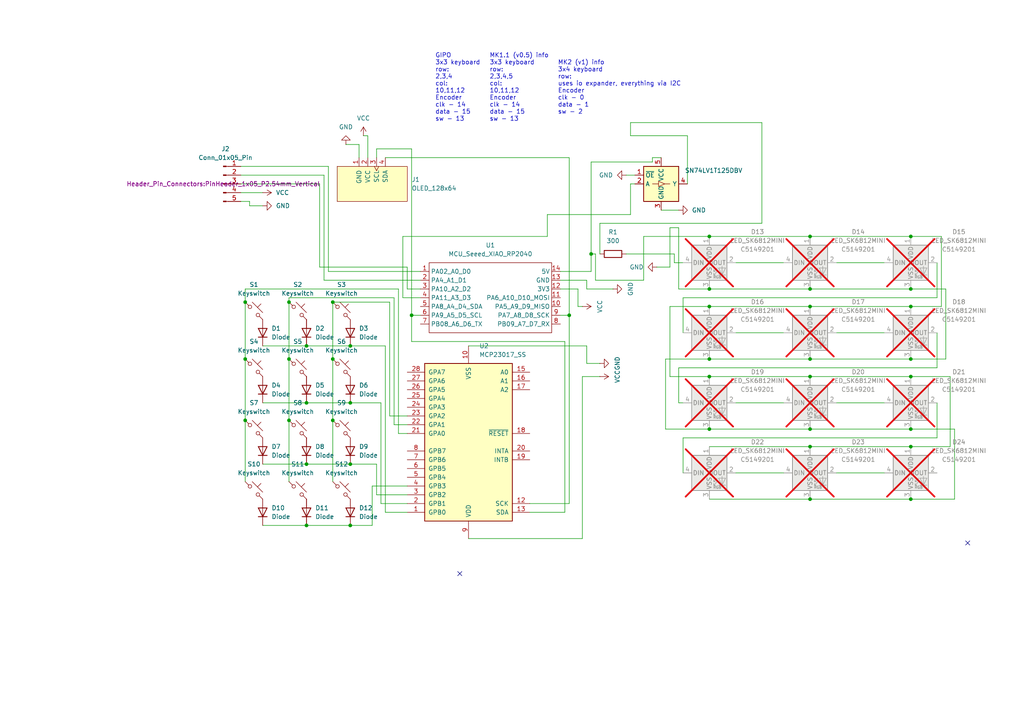
<source format=kicad_sch>
(kicad_sch (version 20250114) (generator "eeschema") (generator_version "9.0")
  (paper "A4")
  (lib_symbols
    (symbol "Connector:Conn_01x05_Pin" (pin_names (offset 1.016) (hide yes))
      (property "Reference" "J" (at 0 7.62 0))
      (property "Value" "Conn_01x05_Pin" (at 0 -7.62 0))
      (symbol "Conn_01x05_Pin_1_1"
        (rectangle (start 0.8636 5.207) (end 0 4.953) (stroke (width 0.1524)) (fill (type outline)))
        (rectangle (start 0.8636 2.667) (end 0 2.413) (stroke (width 0.1524)) (fill (type outline)))
        (rectangle (start 0.8636 0.127) (end 0 -0.127) (stroke (width 0.1524)) (fill (type outline)))
        (rectangle (start 0.8636 -2.413) (end 0 -2.667) (stroke (width 0.1524)) (fill (type outline)))
        (rectangle (start 0.8636 -4.953) (end 0 -5.207) (stroke (width 0.1524)) (fill (type outline)))
        (polyline (pts (xy 1.27 5.08) (xy 0.8636 5.08)) (stroke (width 0.1524)))
        (polyline (pts (xy 1.27 2.54) (xy 0.8636 2.54)) (stroke (width 0.1524)))
        (polyline (pts (xy 1.27 0) (xy 0.8636 0)) (stroke (width 0.1524)))
        (polyline (pts (xy 1.27 -2.54) (xy 0.8636 -2.54)) (stroke (width 0.1524)))
        (polyline (pts (xy 1.27 -5.08) (xy 0.8636 -5.08)) (stroke (width 0.1524)))
        (pin passive line (at 5.08 5.08 180) (length 3.81) (name "Pin_1") (number "1"))
        (pin passive line (at 5.08 2.54 180) (length 3.81) (name "Pin_2") (number "2"))
        (pin passive line (at 5.08 0 180) (length 3.81) (name "Pin_3") (number "3"))
        (pin passive line (at 5.08 -2.54 180) (length 3.81) (name "Pin_4") (number "4"))
        (pin passive line (at 5.08 -5.08 180) (length 3.81) (name "Pin_5") (number "5"))
      )
    )
    (symbol "Device:R" (pin_numbers (hide yes)) (pin_names (offset 0))
      (property "Reference" "R" (at 2.032 0 90))
      (property "Value" "R" (at 0 0 90))
      (symbol "R_0_1"
        (rectangle (start -1.016 -2.54) (end 1.016 2.54) (stroke (width 0.254)))
      )
      (symbol "R_1_1"
        (pin passive line (at 0 3.81 270) (length 1.27) (name "~") (number "1"))
        (pin passive line (at 0 -3.81 90) (length 1.27) (name "~") (number "2"))
      )
    )
    (symbol "Interface_Expansion:MCP23017_SS" (pin_names (offset 1.016))
      (property "Reference" "U" (at -11.43 24.13 0))
      (property "Value" "MCP23017_SS" (at 0 0 0))
      (symbol "MCP23017_SS_0_1"
        (rectangle (start -12.7 22.86) (end 12.7 -22.86) (stroke (width 0.254)) (fill (type background)))
      )
      (symbol "MCP23017_SS_1_1"
        (pin bidirectional line (at -17.78 20.32 0) (length 5.08) (name "SDA") (number "13"))
        (pin input line (at -17.78 17.78 0) (length 5.08) (name "SCK") (number "12"))
        (pin tri_state line (at -17.78 5.08 0) (length 5.08) (name "INTB") (number "19"))
        (pin tri_state line (at -17.78 2.54 0) (length 5.08) (name "INTA") (number "20"))
        (pin input line (at -17.78 -2.54 0) (length 5.08) (name "~{RESET}") (number "18"))
        (pin input line (at -17.78 -15.24 0) (length 5.08) (name "A2") (number "17"))
        (pin input line (at -17.78 -17.78 0) (length 5.08) (name "A1") (number "16"))
        (pin input line (at -17.78 -20.32 0) (length 5.08) (name "A0") (number "15"))
        (pin no_connect line (at -12.7 15.24 0) (length 5.08) (hide yes) (name "NC") (number "11"))
        (pin no_connect line (at -12.7 12.7 0) (length 5.08) (hide yes) (name "NC") (number "14"))
        (pin power_in line (at 0 27.94 270) (length 5.08) (name "VDD") (number "9"))
        (pin power_in line (at 0 -27.94 90) (length 5.08) (name "VSS") (number "10"))
        (pin bidirectional line (at 17.78 20.32 180) (length 5.08) (name "GPB0") (number "1"))
        (pin bidirectional line (at 17.78 17.78 180) (length 5.08) (name "GPB1") (number "2"))
        (pin bidirectional line (at 17.78 15.24 180) (length 5.08) (name "GPB2") (number "3"))
        (pin bidirectional line (at 17.78 12.7 180) (length 5.08) (name "GPB3") (number "4"))
        (pin bidirectional line (at 17.78 10.16 180) (length 5.08) (name "GPB4") (number "5"))
        (pin bidirectional line (at 17.78 7.62 180) (length 5.08) (name "GPB5") (number "6"))
        (pin bidirectional line (at 17.78 5.08 180) (length 5.08) (name "GPB6") (number "7"))
        (pin output line (at 17.78 2.54 180) (length 5.08) (name "GPB7") (number "8"))
        (pin bidirectional line (at 17.78 -2.54 180) (length 5.08) (name "GPA0") (number "21"))
        (pin bidirectional line (at 17.78 -5.08 180) (length 5.08) (name "GPA1") (number "22"))
        (pin bidirectional line (at 17.78 -7.62 180) (length 5.08) (name "GPA2") (number "23"))
        (pin bidirectional line (at 17.78 -10.16 180) (length 5.08) (name "GPA3") (number "24"))
        (pin bidirectional line (at 17.78 -12.7 180) (length 5.08) (name "GPA4") (number "25"))
        (pin bidirectional line (at 17.78 -15.24 180) (length 5.08) (name "GPA5") (number "26"))
        (pin bidirectional line (at 17.78 -17.78 180) (length 5.08) (name "GPA6") (number "27"))
        (pin output line (at 17.78 -20.32 180) (length 5.08) (name "GPA7") (number "28"))
      )
    )
    (symbol "Logic_LevelTranslator:SN74LV1T125DBV"
      (property "Reference" "U" (at 5.08 6.35 0))
      (property "Value" "SN74LV1T125DBV" (at 5.08 3.81 0))
      (symbol "SN74LV1T125DBV_0_1"
        (rectangle (start -5.08 5.08) (end 5.08 -5.08) (stroke (width 0.254)) (fill (type background)))
        (polyline (pts (xy -0.762 0) (xy -2.54 0)))
        (polyline (pts (xy 1.016 0) (xy 2.54 0)))
      )
      (symbol "SN74LV1T125DBV_1_1"
        (polyline (pts (xy -0.762 -0.762) (xy -0.762 0.762) (xy 1.016 0) (xy -0.762 -0.762)))
        (pin input line (at -7.62 2.54 0) (length 2.54) (name "~{OE}") (number "1"))
        (pin input line (at -7.62 0 0) (length 2.54) (name "A") (number "2"))
        (pin power_in line (at 0 7.62 270) (length 2.54) (name "VCC") (number "5"))
        (pin power_in line (at 0 -7.62 90) (length 2.54) (name "GND") (number "3"))
        (pin output line (at 7.62 0 180) (length 2.54) (name "Y") (number "4"))
      )
    )
    (symbol "ScottoKicad:LED_SK6812MINI" (pin_names (offset 0.254))
      (property "Reference" "D" (at 2.032 5.588 0))
      (property "Value" "LED_SK6812MINI" (at 1.27 -5.715 0))
      (property "LCSC" "C5149201" (at 0 0 0))
      (symbol "LED_SK6812MINI_0_0"
        (text "RGB" (at 2.286 -4.191 0) (effects (font (size 0.762 0.762))))
      )
      (symbol "LED_SK6812MINI_0_1"
        (rectangle (start -5.08 5.08) (end 5.08 -5.08) (stroke (width 0.254)) (fill (type background)))
        (polyline (pts (xy 1.27 -2.54) (xy 1.778 -2.54)))
        (polyline (pts (xy 1.27 -3.556) (xy 1.778 -3.556)))
        (polyline (pts (xy 2.286 -1.524) (xy 1.27 -2.54) (xy 1.27 -2.032)))
        (polyline (pts (xy 2.286 -2.54) (xy 1.27 -3.556) (xy 1.27 -3.048)))
        (polyline (pts (xy 3.683 -1.016) (xy 3.683 -3.556) (xy 3.683 -4.064)))
        (polyline (pts (xy 4.699 -1.524) (xy 2.667 -1.524) (xy 3.683 -3.556) (xy 4.699 -1.524)))
        (polyline (pts (xy 4.699 -3.556) (xy 2.667 -3.556)))
      )
      (symbol "LED_SK6812MINI_1_1"
        (pin input line (at -7.62 0 0) (length 2.54) (name "DIN") (number "4"))
        (pin power_in line (at 0 7.62 270) (length 2.54) (name "VDD") (number "1"))
        (pin power_in line (at 0 -7.62 90) (length 2.54) (name "VSS") (number "3"))
        (pin output line (at 7.62 0 180) (length 2.54) (name "DOUT") (number "2"))
      )
    )
    (symbol "ScottoKicad:MCU_Seeed_XIAO_RP2040"
      (property "Reference" "U" (at -16.51 11.43 0))
      (property "Value" "MCU_Seeed_XIAO_RP2040" (at -3.81 -11.43 0))
      (symbol "MCU_Seeed_XIAO_RP2040_0_1"
        (rectangle (start -16.51 10.16) (end 19.05 -10.16))
      )
      (symbol "MCU_Seeed_XIAO_RP2040_1_1"
        (pin passive line (at -19.05 7.62 0) (length 2.54) (name "PA02_A0_D0") (number "1"))
        (pin passive line (at -19.05 5.08 0) (length 2.54) (name "PA4_A1_D1") (number "2"))
        (pin passive line (at -19.05 2.54 0) (length 2.54) (name "PA10_A2_D2") (number "3"))
        (pin passive line (at -19.05 0 0) (length 2.54) (name "PA11_A3_D3") (number "4"))
        (pin passive line (at -19.05 -2.54 0) (length 2.54) (name "PA8_A4_D4_SDA") (number "5"))
        (pin passive line (at -19.05 -5.08 0) (length 2.54) (name "PA9_A5_D5_SCL") (number "6"))
        (pin passive line (at -19.05 -7.62 0) (length 2.54) (name "PB08_A6_D6_TX") (number "7"))
        (pin passive line (at 21.59 7.62 180) (length 2.54) (name "5V") (number "14"))
        (pin passive line (at 21.59 5.08 180) (length 2.54) (name "GND") (number "13"))
        (pin passive line (at 21.59 2.54 180) (length 2.54) (name "3V3") (number "12"))
        (pin passive line (at 21.59 0 180) (length 2.54) (name "PA6_A10_D10_MOSI") (number "11"))
        (pin passive line (at 21.59 -2.54 180) (length 2.54) (name "PA5_A9_D9_MISO") (number "10"))
        (pin passive line (at 21.59 -5.08 180) (length 2.54) (name "PA7_A8_D8_SCK") (number "9"))
        (pin passive line (at 21.59 -7.62 180) (length 2.54) (name "PB09_A7_D7_RX") (number "8"))
      )
    )
    (symbol "ScottoKicad:OLED_128x64" (pin_names (offset 1.016))
      (property "Reference" "J" (at 0 -11.43 0))
      (property "Value" "OLED_128x64" (at 0 -7.62 0))
      (symbol "OLED_128x64_0_1"
        (rectangle (start 10.16 -10.16) (end -10.16 0) (fill (type background)))
      )
      (symbol "OLED_128x64_1_1"
        (pin power_in line (at -3.81 2.54 270) (length 2.54) (name "GND") (number "1"))
        (pin power_in line (at -1.27 2.54 270) (length 2.54) (name "VCC") (number "2"))
        (pin input clock (at 1.27 2.54 270) (length 2.54) (name "SCL") (number "3"))
        (pin bidirectional line (at 3.81 2.54 270) (length 2.54) (name "SDA") (number "4"))
      )
    )
    (symbol "ScottoKicad:Placeholder_Diode" (pin_numbers (hide yes)) (pin_names (hide yes))
      (property "Reference" "D" (at 0 2.54 0))
      (property "Value" "Diode" (at 0 -2.54 0))
      (symbol "Placeholder_Diode_0_1"
        (polyline (pts (xy -1.27 1.27) (xy -1.27 -1.27)) (stroke (width 0.254)))
        (polyline (pts (xy 1.27 1.27) (xy 1.27 -1.27) (xy -1.27 0) (xy 1.27 1.27)) (stroke (width 0.254)))
        (polyline (pts (xy 1.27 0) (xy -1.27 0)))
      )
      (symbol "Placeholder_Diode_1_1"
        (pin passive line (at -3.81 0 0) (length 2.54) (name "K") (number "1"))
        (pin passive line (at 3.81 0 180) (length 2.54) (name "A") (number "2"))
      )
    )
    (symbol "ScottoKicad:Placeholder_Keyswitch" (pin_numbers (hide yes)) (pin_names (offset 1.016) (hide yes))
      (property "Reference" "S" (at 3.048 1.016 0))
      (property "Value" "Keyswitch" (at 0 -3.81 0))
      (symbol "Placeholder_Keyswitch_0_1"
        (polyline (pts (xy -2.54 2.54) (xy -1.524 1.524) (xy -1.524 1.524)))
        (circle (center -1.1684 1.1684) (radius 0.508))
        (polyline (pts (xy -0.508 2.54) (xy 2.54 -0.508)))
        (polyline (pts (xy 1.016 1.016) (xy 2.032 2.032)))
        (circle (center 1.143 -1.1938) (radius 0.508))
        (polyline (pts (xy 1.524 -1.524) (xy 2.54 -2.54) (xy 2.54 -2.54) (xy 2.54 -2.54)))
        (pin passive line (at -2.54 2.54 0) (length 0) (name "1") (number "1"))
        (pin passive line (at 2.54 -2.54 180) (length 0) (name "2") (number "2"))
      )
    )
    (symbol "power:GND" (power) (pin_numbers (hide yes)) (pin_names (offset 0) (hide yes))
      (property "Value" "GND" (at 0 -3.81 0))
      (symbol "GND_0_1"
        (polyline (pts (xy 0 0) (xy 0 -1.27) (xy 1.27 -1.27) (xy 0 -2.54) (xy -1.27 -1.27) (xy 0 -1.27)))
      )
      (symbol "GND_1_1"
        (pin power_in line (at 0 0 270) (length 0) (name "~") (number "1"))
      )
    )
    (symbol "power:VCC" (power) (pin_numbers (hide yes)) (pin_names (offset 0) (hide yes))
      (property "Value" "VCC" (at 0 3.556 0))
      (symbol "VCC_0_1"
        (polyline (pts (xy -0.762 1.27) (xy 0 2.54)))
        (polyline (pts (xy 0 2.54) (xy 0.762 1.27)))
        (polyline (pts (xy 0 0) (xy 0 2.54)))
      )
      (symbol "VCC_1_1"
        (pin power_in line (at 0 0 90) (length 0) (name "~") (number "1"))
      )
    )
  )
  (text "MK2 (v1) info\n3x4 keyboard\nrow:\nuses io expander, everything via I2C\nEncoder\nclk - 0\ndata - 1 \nsw - 2\n" (at 161.798 25.4 0) (effects (font (size 1.27 1.27)) (justify left)))
  (text "GIPO\n3x3 keyboard\nrow:\n2,3,4\ncol:\n10,11,12\nEncoder\nclk - 14\ndata - 15 \nsw - 13\n" (at 126.238 25.4 0) (effects (font (size 1.27 1.27)) (justify left)))
  (text "MK1.1 (v0.5) info\n3x3 keyboard\nrow:\n2,3,4,5\ncol:\n10,11,12\nEncoder\nclk - 14\ndata - 15 \nsw - 13\n" (at 141.986 25.4 0) (effects (font (size 1.27 1.27)) (justify left)))
  (junction (at 205.74 124.46))
  (junction (at 171.45 73.66))
  (junction (at 264.16 144.78))
  (junction (at 101.6 116.84))
  (junction (at 83.82 87.63))
  (junction (at 205.74 88.9))
  (junction (at 165.1 91.44))
  (junction (at 234.95 88.9))
  (junction (at 71.12 87.63))
  (junction (at 234.95 68.58))
  (junction (at 234.95 109.22))
  (junction (at 234.95 124.46))
  (junction (at 264.16 109.22))
  (junction (at 264.16 104.14))
  (junction (at 264.16 83.82))
  (junction (at 119.38 91.44))
  (junction (at 71.12 104.14))
  (junction (at 101.6 134.62))
  (junction (at 88.9 152.4))
  (junction (at 83.82 104.14))
  (junction (at 264.16 68.58))
  (junction (at 101.6 152.4))
  (junction (at 234.95 129.54))
  (junction (at 234.95 104.14))
  (junction (at 96.52 121.92))
  (junction (at 264.16 129.54))
  (junction (at 96.52 87.63))
  (junction (at 264.16 124.46))
  (junction (at 101.6 100.33))
  (junction (at 234.95 83.82))
  (junction (at 264.16 88.9))
  (junction (at 205.74 109.22))
  (junction (at 205.74 68.58))
  (junction (at 83.82 121.92))
  (junction (at 88.9 100.33))
  (junction (at 71.12 121.92))
  (junction (at 88.9 134.62))
  (junction (at 234.95 144.78))
  (junction (at 205.74 83.82))
  (junction (at 205.74 104.14))
  (junction (at 96.52 104.14))
  (junction (at 88.9 116.84))
  (no_connect (at 133.35 166.37))
  (no_connect (at 280.67 157.48))
  (wire (pts (xy 271.78 127) (xy 198.12 127)))
  (wire (pts (xy 96.52 104.14) (xy 96.52 121.92)))
  (wire (pts (xy 168.91 88.9) (xy 167.64 88.9)))
  (wire (pts (xy 76.2 134.62) (xy 88.9 134.62)))
  (wire (pts (xy 88.9 152.4) (xy 101.6 152.4)))
  (wire (pts (xy 198.12 86.36) (xy 198.12 96.52)))
  (wire (pts (xy 93.98 50.8) (xy 93.98 81.28)))
  (wire (pts (xy 194.31 77.47) (xy 190.5 77.47)))
  (wire (pts (xy 135.89 156.21) (xy 168.91 156.21)))
  (wire (pts (xy 114.3 123.19) (xy 118.11 123.19)))
  (wire (pts (xy 170.18 105.41) (xy 173.99 105.41)))
  (wire (pts (xy 158.75 62.23) (xy 182.88 62.23)))
  (wire (pts (xy 186.69 81.28) (xy 186.69 68.58)))
  (wire (pts (xy 271.78 116.84) (xy 271.78 127)))
  (wire (pts (xy 83.82 121.92) (xy 83.82 139.7)))
  (wire (pts (xy 273.05 68.58) (xy 273.05 88.9)))
  (wire (pts (xy 158.75 68.58) (xy 158.75 62.23)))
  (wire (pts (xy 205.74 83.82) (xy 196.85 83.82)))
  (wire (pts (xy 234.95 144.78) (xy 205.74 144.78)))
  (wire (pts (xy 115.57 83.82) (xy 115.57 125.73)))
  (wire (pts (xy 274.32 104.14) (xy 264.16 104.14)))
  (wire (pts (xy 92.71 53.34) (xy 92.71 77.47)))
  (wire (pts (xy 69.85 53.34) (xy 92.71 53.34)))
  (wire (pts (xy 162.56 78.74) (xy 171.45 78.74)))
  (wire (pts (xy 135.89 100.33) (xy 170.18 100.33)))
  (wire (pts (xy 194.31 109.22) (xy 205.74 109.22)))
  (wire (pts (xy 162.56 83.82) (xy 167.64 83.82)))
  (wire (pts (xy 118.11 83.82) (xy 121.92 83.82)))
  (wire (pts (xy 196.85 60.96) (xy 191.77 60.96)))
  (wire (pts (xy 264.16 109.22) (xy 275.59 109.22)))
  (wire (pts (xy 116.84 68.58) (xy 116.84 86.36)))
  (wire (pts (xy 167.64 88.9) (xy 167.64 83.82)))
  (wire (pts (xy 113.03 120.65) (xy 118.11 120.65)))
  (wire (pts (xy 189.23 46.99) (xy 189.23 45.72)))
  (wire (pts (xy 114.3 86.36) (xy 114.3 123.19)))
  (wire (pts (xy 274.32 83.82) (xy 274.32 104.14)))
  (wire (pts (xy 71.12 87.63) (xy 71.12 104.14)))
  (wire (pts (xy 96.52 87.63) (xy 113.03 87.63)))
  (wire (pts (xy 199.39 53.34) (xy 199.39 39.37)))
  (wire (pts (xy 213.36 96.52) (xy 227.33 96.52)))
  (wire (pts (xy 198.12 127) (xy 198.12 137.16)))
  (wire (pts (xy 242.57 96.52) (xy 256.54 96.52)))
  (wire (pts (xy 71.12 87.63) (xy 71.12 83.82)))
  (wire (pts (xy 182.88 39.37) (xy 182.88 35.56)))
  (wire (pts (xy 220.98 64.77) (xy 173.99 64.77)))
  (wire (pts (xy 264.16 88.9) (xy 234.95 88.9)))
  (wire (pts (xy 234.95 83.82) (xy 264.16 83.82)))
  (wire (pts (xy 163.83 99.06) (xy 163.83 148.59)))
  (wire (pts (xy 213.36 76.2) (xy 227.33 76.2)))
  (wire (pts (xy 71.12 104.14) (xy 71.12 121.92)))
  (wire (pts (xy 234.95 124.46) (xy 264.16 124.46)))
  (wire (pts (xy 109.22 43.18) (xy 119.38 43.18)))
  (wire (pts (xy 115.57 125.73) (xy 118.11 125.73)))
  (wire (pts (xy 105.41 39.37) (xy 106.68 39.37)))
  (wire (pts (xy 170.18 100.33) (xy 170.18 105.41)))
  (wire (pts (xy 170.18 83.82) (xy 170.18 81.28)))
  (wire (pts (xy 276.86 144.78) (xy 264.16 144.78)))
  (wire (pts (xy 76.2 116.84) (xy 88.9 116.84)))
  (wire (pts (xy 168.91 156.21) (xy 168.91 109.22)))
  (wire (pts (xy 172.72 81.28) (xy 186.69 81.28)))
  (wire (pts (xy 182.88 35.56) (xy 220.98 35.56)))
  (wire (pts (xy 83.82 87.63) (xy 83.82 86.36)))
  (wire (pts (xy 107.95 140.97) (xy 118.11 140.97)))
  (wire (pts (xy 220.98 35.56) (xy 220.98 64.77)))
  (wire (pts (xy 83.82 87.63) (xy 83.82 104.14)))
  (wire (pts (xy 242.57 116.84) (xy 256.54 116.84)))
  (wire (pts (xy 83.82 104.14) (xy 83.82 121.92)))
  (wire (pts (xy 100.33 41.91) (xy 104.14 41.91)))
  (wire (pts (xy 234.95 129.54) (xy 205.74 129.54)))
  (wire (pts (xy 205.74 104.14) (xy 193.04 104.14)))
  (wire (pts (xy 242.57 76.2) (xy 256.54 76.2)))
  (wire (pts (xy 186.69 68.58) (xy 205.74 68.58)))
  (wire (pts (xy 69.85 58.42) (xy 72.39 58.42)))
  (wire (pts (xy 189.23 45.72) (xy 191.77 45.72)))
  (wire (pts (xy 196.85 106.68) (xy 196.85 116.84)))
  (wire (pts (xy 88.9 116.84) (xy 101.6 116.84)))
  (wire (pts (xy 121.92 91.44) (xy 119.38 91.44)))
  (wire (pts (xy 109.22 45.72) (xy 109.22 43.18)))
  (wire (pts (xy 173.99 64.77) (xy 173.99 73.66)))
  (wire (pts (xy 71.12 121.92) (xy 71.12 139.7)))
  (wire (pts (xy 93.98 81.28) (xy 121.92 81.28)))
  (wire (pts (xy 109.22 134.62) (xy 109.22 143.51)))
  (wire (pts (xy 205.74 68.58) (xy 234.95 68.58)))
  (wire (pts (xy 165.1 45.72) (xy 165.1 91.44)))
  (wire (pts (xy 109.22 143.51) (xy 118.11 143.51)))
  (wire (pts (xy 119.38 91.44) (xy 119.38 99.06)))
  (wire (pts (xy 196.85 83.82) (xy 196.85 66.04)))
  (wire (pts (xy 111.76 100.33) (xy 111.76 148.59)))
  (wire (pts (xy 110.49 146.05) (xy 118.11 146.05)))
  (wire (pts (xy 172.72 81.28) (xy 172.72 73.66)))
  (wire (pts (xy 205.74 88.9) (xy 194.31 88.9)))
  (wire (pts (xy 172.72 73.66) (xy 171.45 73.66)))
  (wire (pts (xy 119.38 99.06) (xy 163.83 99.06)))
  (wire (pts (xy 165.1 146.05) (xy 165.1 91.44)))
  (wire (pts (xy 234.95 109.22) (xy 264.16 109.22)))
  (wire (pts (xy 171.45 46.99) (xy 189.23 46.99)))
  (wire (pts (xy 168.91 109.22) (xy 173.99 109.22)))
  (wire (pts (xy 205.74 109.22) (xy 234.95 109.22)))
  (wire (pts (xy 72.39 59.69) (xy 76.2 59.69)))
  (wire (pts (xy 213.36 137.16) (xy 227.33 137.16)))
  (wire (pts (xy 71.12 83.82) (xy 115.57 83.82)))
  (wire (pts (xy 170.18 81.28) (xy 162.56 81.28)))
  (wire (pts (xy 171.45 46.99) (xy 171.45 73.66)))
  (wire (pts (xy 264.16 129.54) (xy 234.95 129.54)))
  (wire (pts (xy 96.52 87.63) (xy 96.52 104.14)))
  (wire (pts (xy 83.82 86.36) (xy 114.3 86.36)))
  (wire (pts (xy 194.31 88.9) (xy 194.31 109.22)))
  (wire (pts (xy 101.6 152.4) (xy 107.95 152.4)))
  (wire (pts (xy 196.85 66.04) (xy 194.31 66.04)))
  (wire (pts (xy 170.18 83.82) (xy 177.8 83.82)))
  (wire (pts (xy 182.88 53.34) (xy 184.15 53.34)))
  (wire (pts (xy 96.52 121.92) (xy 96.52 139.7)))
  (wire (pts (xy 234.95 104.14) (xy 205.74 104.14)))
  (wire (pts (xy 171.45 73.66) (xy 171.45 78.74)))
  (wire (pts (xy 242.57 137.16) (xy 256.54 137.16)))
  (wire (pts (xy 194.31 66.04) (xy 194.31 77.47)))
  (wire (pts (xy 271.78 106.68) (xy 196.85 106.68)))
  (wire (pts (xy 88.9 100.33) (xy 101.6 100.33)))
  (wire (pts (xy 76.2 152.4) (xy 88.9 152.4)))
  (wire (pts (xy 271.78 96.52) (xy 271.78 106.68)))
  (wire (pts (xy 275.59 129.54) (xy 264.16 129.54)))
  (wire (pts (xy 118.11 77.47) (xy 118.11 83.82)))
  (wire (pts (xy 196.85 116.84) (xy 198.12 116.84)))
  (wire (pts (xy 92.71 77.47) (xy 118.11 77.47)))
  (wire (pts (xy 205.74 124.46) (xy 234.95 124.46)))
  (wire (pts (xy 111.76 148.59) (xy 118.11 148.59)))
  (wire (pts (xy 264.16 144.78) (xy 234.95 144.78)))
  (wire (pts (xy 76.2 100.33) (xy 88.9 100.33)))
  (wire (pts (xy 276.86 124.46) (xy 276.86 144.78)))
  (wire (pts (xy 275.59 109.22) (xy 275.59 129.54)))
  (wire (pts (xy 264.16 83.82) (xy 274.32 83.82)))
  (wire (pts (xy 163.83 148.59) (xy 153.67 148.59)))
  (wire (pts (xy 264.16 124.46) (xy 276.86 124.46)))
  (wire (pts (xy 72.39 58.42) (xy 72.39 59.69)))
  (wire (pts (xy 195.58 73.66) (xy 195.58 76.2)))
  (wire (pts (xy 205.74 83.82) (xy 234.95 83.82)))
  (wire (pts (xy 273.05 88.9) (xy 264.16 88.9)))
  (wire (pts (xy 213.36 116.84) (xy 227.33 116.84)))
  (wire (pts (xy 165.1 91.44) (xy 162.56 91.44)))
  (wire (pts (xy 116.84 68.58) (xy 158.75 68.58)))
  (wire (pts (xy 195.58 76.2) (xy 198.12 76.2)))
  (wire (pts (xy 69.85 48.26) (xy 95.25 48.26)))
  (wire (pts (xy 110.49 116.84) (xy 110.49 146.05)))
  (wire (pts (xy 119.38 43.18) (xy 119.38 91.44)))
  (wire (pts (xy 271.78 76.2) (xy 271.78 86.36)))
  (wire (pts (xy 182.88 62.23) (xy 182.88 53.34)))
  (wire (pts (xy 104.14 41.91) (xy 104.14 45.72)))
  (wire (pts (xy 234.95 88.9) (xy 205.74 88.9)))
  (wire (pts (xy 234.95 68.58) (xy 264.16 68.58)))
  (wire (pts (xy 264.16 104.14) (xy 234.95 104.14)))
  (wire (pts (xy 69.85 55.88) (xy 76.2 55.88)))
  (wire (pts (xy 264.16 68.58) (xy 273.05 68.58)))
  (wire (pts (xy 101.6 116.84) (xy 110.49 116.84)))
  (wire (pts (xy 95.25 48.26) (xy 95.25 78.74)))
  (wire (pts (xy 101.6 100.33) (xy 111.76 100.33)))
  (wire (pts (xy 101.6 134.62) (xy 109.22 134.62)))
  (wire (pts (xy 69.85 50.8) (xy 93.98 50.8)))
  (wire (pts (xy 193.04 124.46) (xy 205.74 124.46)))
  (wire (pts (xy 181.61 73.66) (xy 195.58 73.66)))
  (wire (pts (xy 199.39 39.37) (xy 182.88 39.37)))
  (wire (pts (xy 116.84 86.36) (xy 121.92 86.36)))
  (wire (pts (xy 113.03 87.63) (xy 113.03 120.65)))
  (wire (pts (xy 88.9 134.62) (xy 101.6 134.62)))
  (wire (pts (xy 107.95 152.4) (xy 107.95 140.97)))
  (wire (pts (xy 106.68 39.37) (xy 106.68 45.72)))
  (wire (pts (xy 271.78 86.36) (xy 198.12 86.36)))
  (wire (pts (xy 95.25 78.74) (xy 121.92 78.74)))
  (wire (pts (xy 193.04 104.14) (xy 193.04 124.46)))
  (wire (pts (xy 153.67 146.05) (xy 165.1 146.05)))
  (wire (pts (xy 111.76 45.72) (xy 165.1 45.72)))
  (wire (pts (xy 181.61 50.8) (xy 184.15 50.8)))
  (symbol (lib_id "power:GND") (at 196.85 60.96 90) (unit 1)
    (property "Reference" "#PWR011" (effects (hide yes)))
    (property "Value" "GND" (at 200.66 60.9599 90) (effects (justify right)))
    (property "Description" "Power symbol creates a global label with name \"GND\" , ground" (effects (hide yes)))
  )
  (symbol (lib_id "ScottoKicad:Placeholder_Diode") (at 76.2 113.03 90) (unit 1)
    (property "Reference" "D4" (at 78.74 111.7599 90) (effects (justify right)))
    (property "Value" "Diode" (at 78.74 114.2999 90) (effects (justify right)))
    (property "Footprint" "ScottoKeebs_Components:Diode_SOD-123" (effects (hide yes)))
    (property "Description" "1N4148 (DO-35) or 1N4148W (SOD-123)" (effects (hide yes)))
    (property "Sim.Device" "D" (effects (hide yes)))
    (property "Sim.Pins" "1=K 2=A" (effects (hide yes)))
  )
  (symbol (lib_id "ScottoKicad:Placeholder_Keyswitch") (at 99.06 106.68 0) (unit 1) (in_bom no)
    (property "Reference" "S6" (at 99.06 99.06 0))
    (property "Value" "Keyswitch" (at 99.06 101.6 0))
    (property "Footprint" "ScottoKeebs_Hotswap:Hotswap_Choc_V1V2_1.00u" (effects (hide yes)))
    (property "Description" "Push button switch, normally open, two pins, 45° tilted" (effects (hide yes)))
  )
  (symbol (lib_id "ScottoKicad:MCU_Seeed_XIAO_RP2040") (at 140.97 86.36 0) (unit 1) (in_bom no)
    (property "Reference" "U1" (at 142.24 71.12 0))
    (property "Value" "MCU_Seeed_XIAO_RP2040" (at 142.24 73.66 0))
    (property "Footprint" "ScottoKeebs_MCU:Seeed_XIAO_RP2040" (effects (hide yes)))
  )
  (symbol (lib_id "Logic_LevelTranslator:SN74LV1T125DBV") (at 191.77 53.34 0) (unit 1)
    (property "Reference" "U3" (effects (hide yes)))
    (property "Value" "SN74LV1T125DBV" (at 207.01 49.4598 0))
    (property "Footprint" "Package_TO_SOT_SMD:SOT-23-5" (effects (hide yes)))
    (property "Datasheet" "https://www.ti.com/lit/ds/symlink/sn74lv1t125.pdf" (effects (hide yes)))
    (property "Description" "Single Power Supply, Single Buffer Gate with 3-State Output, CMOS Logic Level Shifter Level Shifter, SOT-23-5" (effects (hide yes)))
  )
  (symbol (lib_id "power:VCC") (at 173.99 109.22 270) (unit 1)
    (property "Reference" "#PWR08" (effects (hide yes)))
    (property "Value" "VCC" (at 179.07 109.22 0))
    (property "Description" "Power symbol creates a global label with name \"VCC\"" (effects (hide yes)))
  )
  (symbol (lib_id "ScottoKicad:LED_SK6812MINI") (at 205.74 76.2 0) (unit 1) (dnp yes)
    (property "Reference" "D13" (at 219.71 67.2398 0))
    (property "Value" "LED_SK6812MINI" (at 219.71 69.7798 0))
    (property "Footprint" "ScottoKeebs_Components:LED_SK6812MINI" (effects (hide yes)))
    (property "Datasheet" "https://cdn-shop.adafruit.com/product-files/2686/SK6812MINI_REV.01-1-2.pdf" (effects (hide yes)))
    (property "Description" "RGB LED with integrated controller" (effects (hide yes)))
    (property "LCSC" "C5149201" (at 219.71 72.3198 0))
  )
  (symbol (lib_id "ScottoKicad:Placeholder_Diode") (at 101.6 96.52 90) (unit 1)
    (property "Reference" "D3" (at 104.14 95.2499 90) (effects (justify right)))
    (property "Value" "Diode" (at 104.14 97.7899 90) (effects (justify right)))
    (property "Footprint" "ScottoKeebs_Components:Diode_SOD-123" (effects (hide yes)))
    (property "Description" "1N4148 (DO-35) or 1N4148W (SOD-123)" (effects (hide yes)))
    (property "Sim.Device" "D" (effects (hide yes)))
    (property "Sim.Pins" "1=K 2=A" (effects (hide yes)))
  )
  (symbol (lib_id "ScottoKicad:Placeholder_Diode") (at 76.2 148.59 90) (unit 1)
    (property "Reference" "D10" (at 78.74 147.3199 90) (effects (justify right)))
    (property "Value" "Diode" (at 78.74 149.8599 90) (effects (justify right)))
    (property "Footprint" "ScottoKeebs_Components:Diode_SOD-123" (effects (hide yes)))
    (property "Description" "1N4148 (DO-35) or 1N4148W (SOD-123)" (effects (hide yes)))
    (property "Sim.Device" "D" (effects (hide yes)))
    (property "Sim.Pins" "1=K 2=A" (effects (hide yes)))
  )
  (symbol (lib_id "ScottoKicad:LED_SK6812MINI") (at 264.16 137.16 0) (unit 1) (dnp yes)
    (property "Reference" "D24" (at 278.13 128.1998 0))
    (property "Value" "LED_SK6812MINI" (at 278.13 130.7398 0))
    (property "Footprint" "ScottoKeebs_Components:LED_SK6812MINI" (effects (hide yes)))
    (property "Datasheet" "https://cdn-shop.adafruit.com/product-files/2686/SK6812MINI_REV.01-1-2.pdf" (effects (hide yes)))
    (property "Description" "RGB LED with integrated controller" (effects (hide yes)))
    (property "LCSC" "C5149201" (at 278.13 133.2798 0))
  )
  (symbol (lib_id "power:VCC") (at 76.2 55.88 270) (unit 1)
    (property "Reference" "#PWR05" (effects (hide yes)))
    (property "Value" "VCC" (at 80.01 55.8799 90) (effects (justify left)))
    (property "Description" "Power symbol creates a global label with name \"VCC\"" (effects (hide yes)))
  )
  (symbol (lib_id "ScottoKicad:LED_SK6812MINI") (at 234.95 116.84 0) (unit 1) (dnp yes)
    (property "Reference" "D20" (at 248.92 107.8798 0))
    (property "Value" "LED_SK6812MINI" (at 248.92 110.4198 0))
    (property "Footprint" "ScottoKeebs_Components:LED_SK6812MINI" (effects (hide yes)))
    (property "Datasheet" "https://cdn-shop.adafruit.com/product-files/2686/SK6812MINI_REV.01-1-2.pdf" (effects (hide yes)))
    (property "Description" "RGB LED with integrated controller" (effects (hide yes)))
    (property "LCSC" "C5149201" (at 248.92 112.9598 0))
  )
  (symbol (lib_id "power:VCC") (at 168.91 88.9 270) (unit 1)
    (property "Reference" "#PWR03" (effects (hide yes)))
    (property "Value" "VCC" (at 173.99 88.9 0))
    (property "Description" "Power symbol creates a global label with name \"VCC\"" (effects (hide yes)))
  )
  (symbol (lib_id "ScottoKicad:Placeholder_Keyswitch") (at 86.36 142.24 0) (unit 1) (in_bom no)
    (property "Reference" "S11" (at 86.36 134.62 0))
    (property "Value" "Keyswitch" (at 86.36 137.16 0))
    (property "Footprint" "ScottoKeebs_Hotswap:Hotswap_Choc_V1V2_1.00u" (effects (hide yes)))
    (property "Description" "Push button switch, normally open, two pins, 45° tilted" (effects (hide yes)))
  )
  (symbol (lib_id "power:GND") (at 190.5 77.47 270) (unit 1)
    (property "Reference" "#PWR09" (effects (hide yes)))
    (property "Value" "GND" (at 186.69 77.4699 90) (effects (justify right)))
    (property "Description" "Power symbol creates a global label with name \"GND\" , ground" (effects (hide yes)))
  )
  (symbol (lib_id "ScottoKicad:LED_SK6812MINI") (at 234.95 96.52 0) (unit 1) (dnp yes)
    (property "Reference" "D17" (at 248.92 87.5598 0))
    (property "Value" "LED_SK6812MINI" (at 248.92 90.0998 0))
    (property "Footprint" "ScottoKeebs_Components:LED_SK6812MINI" (effects (hide yes)))
    (property "Datasheet" "https://cdn-shop.adafruit.com/product-files/2686/SK6812MINI_REV.01-1-2.pdf" (effects (hide yes)))
    (property "Description" "RGB LED with integrated controller" (effects (hide yes)))
    (property "LCSC" "C5149201" (at 248.92 92.6398 0))
  )
  (symbol (lib_id "ScottoKicad:Placeholder_Keyswitch") (at 73.66 142.24 0) (unit 1) (in_bom no)
    (property "Reference" "S10" (at 73.66 134.62 0))
    (property "Value" "Keyswitch" (at 73.66 137.16 0))
    (property "Footprint" "ScottoKeebs_Hotswap:Hotswap_Choc_V1V2_1.00u" (effects (hide yes)))
    (property "Description" "Push button switch, normally open, two pins, 45° tilted" (effects (hide yes)))
  )
  (symbol (lib_id "ScottoKicad:LED_SK6812MINI") (at 234.95 137.16 0) (unit 1) (dnp yes)
    (property "Reference" "D23" (at 248.92 128.1998 0))
    (property "Value" "LED_SK6812MINI" (at 248.92 130.7398 0))
    (property "Footprint" "ScottoKeebs_Components:LED_SK6812MINI" (effects (hide yes)))
    (property "Datasheet" "https://cdn-shop.adafruit.com/product-files/2686/SK6812MINI_REV.01-1-2.pdf" (effects (hide yes)))
    (property "Description" "RGB LED with integrated controller" (effects (hide yes)))
    (property "LCSC" "C5149201" (at 248.92 133.2798 0))
  )
  (symbol (lib_id "power:VCC") (at 105.41 39.37 0) (unit 1)
    (property "Reference" "#PWR04" (effects (hide yes)))
    (property "Value" "VCC" (at 105.41 34.29 0))
    (property "Description" "Power symbol creates a global label with name \"VCC\"" (effects (hide yes)))
  )
  (symbol (lib_id "Connector:Conn_01x05_Pin") (at 64.77 53.34 0) (unit 1) (in_bom no)
    (property "Reference" "J2" (at 65.405 43.18 0))
    (property "Value" "Conn_01x05_Pin" (at 65.405 45.72 0))
    (property "Footprint" "Header_Pin_Connectors:PinHeader_1x05_P2.54mm_Vertical" (at 64.77 53.34 0))
    (property "Description" "Generic connector, single row, 01x05, script generated" (effects (hide yes)))
  )
  (symbol (lib_id "ScottoKicad:OLED_128x64") (at 107.95 48.26 0) (unit 1) (in_bom no)
    (property "Reference" "J1" (at 119.38 52.0699 0) (effects (justify left)))
    (property "Value" "OLED_128x64" (at 119.38 54.6099 0) (effects (justify left)))
    (property "Footprint" "ScottoKeebs_Components:OLED_128x64" (effects (hide yes)))
  )
  (symbol (lib_id "ScottoKicad:LED_SK6812MINI") (at 205.74 137.16 0) (unit 1) (dnp yes)
    (property "Reference" "D22" (at 219.71 128.1998 0))
    (property "Value" "LED_SK6812MINI" (at 219.71 130.7398 0))
    (property "Footprint" "ScottoKeebs_Components:LED_SK6812MINI" (effects (hide yes)))
    (property "Datasheet" "https://cdn-shop.adafruit.com/product-files/2686/SK6812MINI_REV.01-1-2.pdf" (effects (hide yes)))
    (property "Description" "RGB LED with integrated controller" (effects (hide yes)))
    (property "LCSC" "C5149201" (at 219.71 133.2798 0))
  )
  (symbol (lib_id "ScottoKicad:Placeholder_Diode") (at 88.9 96.52 90) (unit 1)
    (property "Reference" "D2" (at 91.44 95.2499 90) (effects (justify right)))
    (property "Value" "Diode" (at 91.44 97.7899 90) (effects (justify right)))
    (property "Footprint" "ScottoKeebs_Components:Diode_SOD-123" (effects (hide yes)))
    (property "Description" "1N4148 (DO-35) or 1N4148W (SOD-123)" (effects (hide yes)))
    (property "Sim.Device" "D" (effects (hide yes)))
    (property "Sim.Pins" "1=K 2=A" (effects (hide yes)))
  )
  (symbol (lib_id "ScottoKicad:LED_SK6812MINI") (at 234.95 76.2 0) (unit 1) (dnp yes)
    (property "Reference" "D14" (at 248.92 67.2398 0))
    (property "Value" "LED_SK6812MINI" (at 248.92 69.7798 0))
    (property "Footprint" "ScottoKeebs_Components:LED_SK6812MINI" (effects (hide yes)))
    (property "Datasheet" "https://cdn-shop.adafruit.com/product-files/2686/SK6812MINI_REV.01-1-2.pdf" (effects (hide yes)))
    (property "Description" "RGB LED with integrated controller" (effects (hide yes)))
    (property "LCSC" "C5149201" (at 248.92 72.3198 0))
  )
  (symbol (lib_id "ScottoKicad:Placeholder_Diode") (at 101.6 113.03 90) (unit 1)
    (property "Reference" "D6" (at 104.14 111.7599 90) (effects (justify right)))
    (property "Value" "Diode" (at 104.14 114.2999 90) (effects (justify right)))
    (property "Footprint" "ScottoKeebs_Components:Diode_SOD-123" (effects (hide yes)))
    (property "Description" "1N4148 (DO-35) or 1N4148W (SOD-123)" (effects (hide yes)))
    (property "Sim.Device" "D" (effects (hide yes)))
    (property "Sim.Pins" "1=K 2=A" (effects (hide yes)))
  )
  (symbol (lib_id "ScottoKicad:LED_SK6812MINI") (at 205.74 116.84 0) (unit 1) (dnp yes)
    (property "Reference" "D19" (at 219.71 107.8798 0))
    (property "Value" "LED_SK6812MINI" (at 219.71 110.4198 0))
    (property "Footprint" "ScottoKeebs_Components:LED_SK6812MINI" (effects (hide yes)))
    (property "Datasheet" "https://cdn-shop.adafruit.com/product-files/2686/SK6812MINI_REV.01-1-2.pdf" (effects (hide yes)))
    (property "Description" "RGB LED with integrated controller" (effects (hide yes)))
    (property "LCSC" "C5149201" (at 219.71 112.9598 0))
  )
  (symbol (lib_id "ScottoKicad:LED_SK6812MINI") (at 264.16 76.2 0) (unit 1) (dnp yes)
    (property "Reference" "D15" (at 278.13 67.2398 0))
    (property "Value" "LED_SK6812MINI" (at 278.13 69.7798 0))
    (property "Footprint" "ScottoKeebs_Components:LED_SK6812MINI" (effects (hide yes)))
    (property "Datasheet" "https://cdn-shop.adafruit.com/product-files/2686/SK6812MINI_REV.01-1-2.pdf" (effects (hide yes)))
    (property "Description" "RGB LED with integrated controller" (effects (hide yes)))
    (property "LCSC" "C5149201" (at 278.13 72.3198 0))
  )
  (symbol (lib_id "ScottoKicad:Placeholder_Keyswitch") (at 73.66 90.17 0) (unit 1) (in_bom no)
    (property "Reference" "S1" (at 73.66 82.55 0))
    (property "Value" "Keyswitch" (at 73.66 85.09 0))
    (property "Footprint" "ScottoKeebs_Hotswap:Hotswap_Choc_V1V2_1.00u" (effects (hide yes)))
    (property "Description" "Push button switch, normally open, two pins, 45° tilted" (effects (hide yes)))
  )
  (symbol (lib_id "ScottoKicad:Placeholder_Diode") (at 88.9 148.59 90) (unit 1)
    (property "Reference" "D11" (at 91.44 147.3199 90) (effects (justify right)))
    (property "Value" "Diode" (at 91.44 149.8599 90) (effects (justify right)))
    (property "Footprint" "ScottoKeebs_Components:Diode_SOD-123" (effects (hide yes)))
    (property "Description" "1N4148 (DO-35) or 1N4148W (SOD-123)" (effects (hide yes)))
    (property "Sim.Device" "D" (effects (hide yes)))
    (property "Sim.Pins" "1=K 2=A" (effects (hide yes)))
  )
  (symbol (lib_id "ScottoKicad:Placeholder_Keyswitch") (at 99.06 142.24 0) (unit 1) (in_bom no)
    (property "Reference" "S12" (at 99.06 134.62 0))
    (property "Value" "Keyswitch" (at 99.06 137.16 0))
    (property "Footprint" "ScottoKeebs_Hotswap:Hotswap_Choc_V1V2_1.00u" (effects (hide yes)))
    (property "Description" "Push button switch, normally open, two pins, 45° tilted" (effects (hide yes)))
  )
  (symbol (lib_id "Interface_Expansion:MCP23017_SS") (at 135.89 128.27 180) (unit 1)
    (property "Reference" "U2" (at 139.0081 100.33 0) (effects (justify right)))
    (property "Value" "MCP23017_SS" (at 139.0081 102.87 0) (effects (justify right)))
    (property "Footprint" "Package_SO:SSOP-28_5.3x10.2mm_P0.65mm" (effects (hide yes)))
    (property "Datasheet" "https://ww1.microchip.com/downloads/aemDocuments/documents/APID/ProductDocuments/DataSheets/MCP23017-Data-Sheet-DS20001952.pdf" (effects (hide yes)))
    (property "Description" "16-bit I/O expander, I2C, interrupts, w pull-ups, SSOP-28" (effects (hide yes)))
  )
  (symbol (lib_id "ScottoKicad:Placeholder_Keyswitch") (at 73.66 124.46 0) (unit 1) (in_bom no)
    (property "Reference" "S7" (at 73.66 116.84 0))
    (property "Value" "Keyswitch" (at 73.66 119.38 0))
    (property "Footprint" "ScottoKeebs_Hotswap:Hotswap_Choc_V1V2_1.00u" (effects (hide yes)))
    (property "Description" "Push button switch, normally open, two pins, 45° tilted" (effects (hide yes)))
  )
  (symbol (lib_id "ScottoKicad:Placeholder_Diode") (at 101.6 130.81 90) (unit 1)
    (property "Reference" "D9" (at 104.14 129.5399 90) (effects (justify right)))
    (property "Value" "Diode" (at 104.14 132.0799 90) (effects (justify right)))
    (property "Footprint" "ScottoKeebs_Components:Diode_SOD-123" (effects (hide yes)))
    (property "Description" "1N4148 (DO-35) or 1N4148W (SOD-123)" (effects (hide yes)))
    (property "Sim.Device" "D" (effects (hide yes)))
    (property "Sim.Pins" "1=K 2=A" (effects (hide yes)))
  )
  (symbol (lib_id "Device:R") (at 177.8 73.66 90) (unit 1)
    (property "Reference" "R1" (at 177.8 67.31 90))
    (property "Value" "300" (at 177.8 69.85 90))
    (property "Footprint" "ScottoKeebs_Components:Resistor_0805" (effects (hide yes)))
    (property "Description" "Resistor" (effects (hide yes)))
  )
  (symbol (lib_id "ScottoKicad:Placeholder_Diode") (at 88.9 130.81 90) (unit 1)
    (property "Reference" "D8" (at 91.44 129.5399 90) (effects (justify right)))
    (property "Value" "Diode" (at 91.44 132.0799 90) (effects (justify right)))
    (property "Footprint" "ScottoKeebs_Components:Diode_SOD-123" (effects (hide yes)))
    (property "Description" "1N4148 (DO-35) or 1N4148W (SOD-123)" (effects (hide yes)))
    (property "Sim.Device" "D" (effects (hide yes)))
    (property "Sim.Pins" "1=K 2=A" (effects (hide yes)))
  )
  (symbol (lib_id "ScottoKicad:Placeholder_Keyswitch") (at 86.36 90.17 0) (unit 1) (in_bom no)
    (property "Reference" "S2" (at 86.36 82.55 0))
    (property "Value" "Keyswitch" (at 86.36 85.09 0))
    (property "Footprint" "ScottoKeebs_Hotswap:Hotswap_Choc_V1V2_1.00u" (effects (hide yes)))
    (property "Description" "Push button switch, normally open, two pins, 45° tilted" (effects (hide yes)))
  )
  (symbol (lib_id "ScottoKicad:Placeholder_Keyswitch") (at 99.06 90.17 0) (unit 1) (in_bom no)
    (property "Reference" "S3" (at 99.06 82.55 0))
    (property "Value" "Keyswitch" (at 99.06 85.09 0))
    (property "Footprint" "ScottoKeebs_Hotswap:Hotswap_Choc_V1V2_1.00u" (effects (hide yes)))
    (property "Description" "Push button switch, normally open, two pins, 45° tilted" (effects (hide yes)))
  )
  (symbol (lib_id "power:GND") (at 173.99 105.41 90) (unit 1)
    (property "Reference" "#PWR07" (effects (hide yes)))
    (property "Value" "GND" (at 179.07 105.41 0))
    (property "Description" "Power symbol creates a global label with name \"GND\" , ground" (effects (hide yes)))
  )
  (symbol (lib_id "ScottoKicad:Placeholder_Diode") (at 76.2 96.52 90) (unit 1)
    (property "Reference" "D1" (at 78.74 95.2499 90) (effects (justify right)))
    (property "Value" "Diode" (at 78.74 97.7899 90) (effects (justify right)))
    (property "Footprint" "ScottoKeebs_Components:Diode_SOD-123" (effects (hide yes)))
    (property "Description" "1N4148 (DO-35) or 1N4148W (SOD-123)" (effects (hide yes)))
    (property "Sim.Device" "D" (effects (hide yes)))
    (property "Sim.Pins" "1=K 2=A" (effects (hide yes)))
  )
  (symbol (lib_id "ScottoKicad:LED_SK6812MINI") (at 205.74 96.52 0) (unit 1) (dnp yes)
    (property "Reference" "D16" (at 219.71 87.5598 0))
    (property "Value" "LED_SK6812MINI" (at 219.71 90.0998 0))
    (property "Footprint" "ScottoKeebs_Components:LED_SK6812MINI" (effects (hide yes)))
    (property "Datasheet" "https://cdn-shop.adafruit.com/product-files/2686/SK6812MINI_REV.01-1-2.pdf" (effects (hide yes)))
    (property "Description" "RGB LED with integrated controller" (effects (hide yes)))
    (property "LCSC" "C5149201" (at 219.71 92.6398 0))
  )
  (symbol (lib_id "power:GND") (at 181.61 50.8 270) (unit 1)
    (property "Reference" "#PWR010" (effects (hide yes)))
    (property "Value" "GND" (at 177.8 50.7999 90) (effects (justify right)))
    (property "Description" "Power symbol creates a global label with name \"GND\" , ground" (effects (hide yes)))
  )
  (symbol (lib_id "power:GND") (at 177.8 83.82 90) (unit 1)
    (property "Reference" "#PWR02" (effects (hide yes)))
    (property "Value" "GND" (at 182.88 83.82 0))
    (property "Description" "Power symbol creates a global label with name \"GND\" , ground" (effects (hide yes)))
  )
  (symbol (lib_id "ScottoKicad:LED_SK6812MINI") (at 264.16 96.52 0) (unit 1) (dnp yes)
    (property "Reference" "D18" (at 278.13 87.5598 0))
    (property "Value" "LED_SK6812MINI" (at 278.13 90.0998 0))
    (property "Footprint" "ScottoKeebs_Components:LED_SK6812MINI" (effects (hide yes)))
    (property "Datasheet" "https://cdn-shop.adafruit.com/product-files/2686/SK6812MINI_REV.01-1-2.pdf" (effects (hide yes)))
    (property "Description" "RGB LED with integrated controller" (effects (hide yes)))
    (property "LCSC" "C5149201" (at 278.13 92.6398 0))
  )
  (symbol (lib_id "ScottoKicad:Placeholder_Diode") (at 88.9 113.03 90) (unit 1)
    (property "Reference" "D5" (at 91.44 111.7599 90) (effects (justify right)))
    (property "Value" "Diode" (at 91.44 114.2999 90) (effects (justify right)))
    (property "Footprint" "ScottoKeebs_Components:Diode_SOD-123" (effects (hide yes)))
    (property "Description" "1N4148 (DO-35) or 1N4148W (SOD-123)" (effects (hide yes)))
    (property "Sim.Device" "D" (effects (hide yes)))
    (property "Sim.Pins" "1=K 2=A" (effects (hide yes)))
  )
  (symbol (lib_id "ScottoKicad:Placeholder_Diode") (at 101.6 148.59 90) (unit 1)
    (property "Reference" "D12" (at 104.14 147.3199 90) (effects (justify right)))
    (property "Value" "Diode" (at 104.14 149.8599 90) (effects (justify right)))
    (property "Footprint" "ScottoKeebs_Components:Diode_SOD-123" (effects (hide yes)))
    (property "Description" "1N4148 (DO-35) or 1N4148W (SOD-123)" (effects (hide yes)))
    (property "Sim.Device" "D" (effects (hide yes)))
    (property "Sim.Pins" "1=K 2=A" (effects (hide yes)))
  )
  (symbol (lib_id "power:GND") (at 76.2 59.69 90) (unit 1)
    (property "Reference" "#PWR06" (effects (hide yes)))
    (property "Value" "GND" (at 80.01 59.6899 90) (effects (justify right)))
    (property "Description" "Power symbol creates a global label with name \"GND\" , ground" (effects (hide yes)))
  )
  (symbol (lib_id "ScottoKicad:Placeholder_Keyswitch") (at 86.36 124.46 0) (unit 1) (in_bom no)
    (property "Reference" "S8" (at 86.36 116.84 0))
    (property "Value" "Keyswitch" (at 86.36 119.38 0))
    (property "Footprint" "ScottoKeebs_Hotswap:Hotswap_Choc_V1V2_1.00u" (effects (hide yes)))
    (property "Description" "Push button switch, normally open, two pins, 45° tilted" (effects (hide yes)))
  )
  (symbol (lib_id "ScottoKicad:Placeholder_Keyswitch") (at 73.66 106.68 0) (unit 1) (in_bom no)
    (property "Reference" "S4" (at 73.66 99.06 0))
    (property "Value" "Keyswitch" (at 73.66 101.6 0))
    (property "Footprint" "ScottoKeebs_Hotswap:Hotswap_Choc_V1V2_1.00u" (effects (hide yes)))
    (property "Description" "Push button switch, normally open, two pins, 45° tilted" (effects (hide yes)))
  )
  (symbol (lib_id "power:GND") (at 100.33 41.91 180) (unit 1)
    (property "Reference" "#PWR01" (effects (hide yes)))
    (property "Value" "GND" (at 100.33 36.83 0))
    (property "Description" "Power symbol creates a global label with name \"GND\" , ground" (effects (hide yes)))
  )
  (symbol (lib_id "ScottoKicad:LED_SK6812MINI") (at 264.16 116.84 0) (unit 1) (dnp yes)
    (property "Reference" "D21" (at 278.13 107.8798 0))
    (property "Value" "LED_SK6812MINI" (at 278.13 110.4198 0))
    (property "Footprint" "ScottoKeebs_Components:LED_SK6812MINI" (effects (hide yes)))
    (property "Datasheet" "https://cdn-shop.adafruit.com/product-files/2686/SK6812MINI_REV.01-1-2.pdf" (effects (hide yes)))
    (property "Description" "RGB LED with integrated controller" (effects (hide yes)))
    (property "LCSC" "C5149201" (at 278.13 112.9598 0))
  )
  (symbol (lib_id "ScottoKicad:Placeholder_Keyswitch") (at 99.06 124.46 0) (unit 1) (in_bom no)
    (property "Reference" "S9" (at 99.06 116.84 0))
    (property "Value" "Keyswitch" (at 99.06 119.38 0))
    (property "Footprint" "ScottoKeebs_Hotswap:Hotswap_Choc_V1V2_1.00u" (effects (hide yes)))
    (property "Description" "Push button switch, normally open, two pins, 45° tilted" (effects (hide yes)))
  )
  (symbol (lib_id "ScottoKicad:Placeholder_Keyswitch") (at 86.36 106.68 0) (unit 1) (in_bom no)
    (property "Reference" "S5" (at 86.36 99.06 0))
    (property "Value" "Keyswitch" (at 86.36 101.6 0))
    (property "Footprint" "ScottoKeebs_Hotswap:Hotswap_Choc_V1V2_1.00u" (effects (hide yes)))
    (property "Description" "Push button switch, normally open, two pins, 45° tilted" (effects (hide yes)))
  )
  (symbol (lib_id "ScottoKicad:Placeholder_Diode") (at 76.2 130.81 90) (unit 1)
    (property "Reference" "D7" (at 78.74 129.5399 90) (effects (justify right)))
    (property "Value" "Diode" (at 78.74 132.0799 90) (effects (justify right)))
    (property "Footprint" "ScottoKeebs_Components:Diode_SOD-123" (effects (hide yes)))
    (property "Description" "1N4148 (DO-35) or 1N4148W (SOD-123)" (effects (hide yes)))
    (property "Sim.Device" "D" (effects (hide yes)))
    (property "Sim.Pins" "1=K 2=A" (effects (hide yes)))
  )
)
</source>
